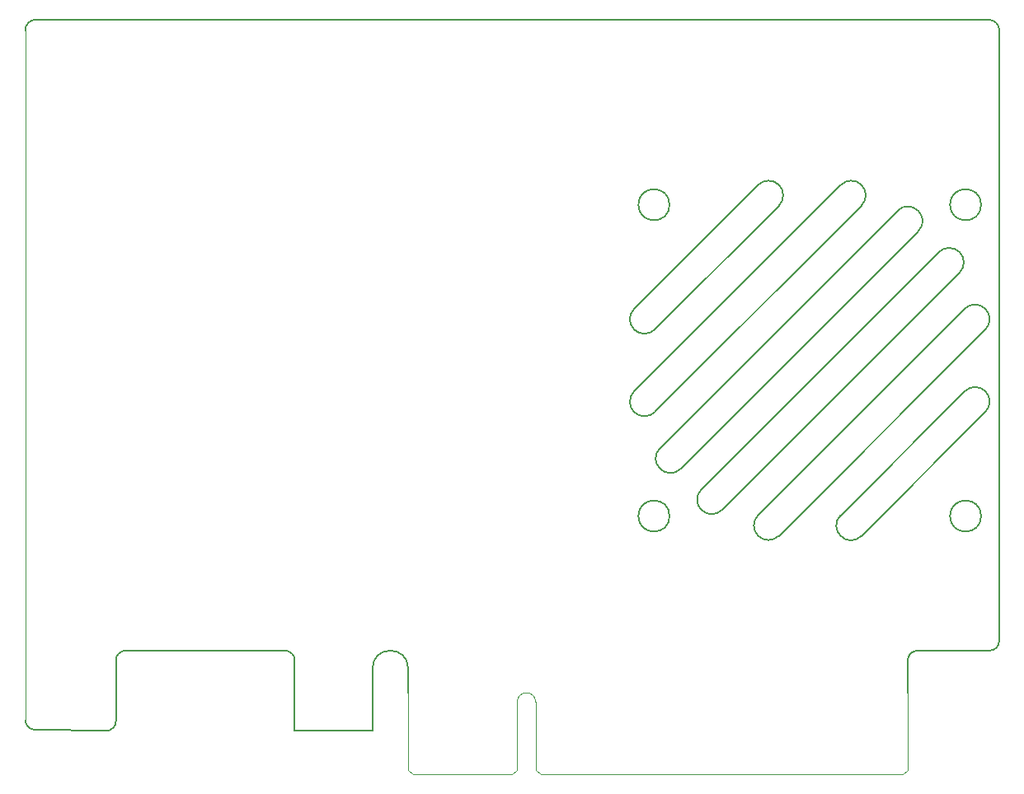
<source format=gm1>
%TF.GenerationSoftware,KiCad,Pcbnew,(5.1.9)-1*%
%TF.CreationDate,2021-07-12T14:29:21+08:00*%
%TF.ProjectId,V1-10x10,56312d31-3078-4313-902e-6b696361645f,rev?*%
%TF.SameCoordinates,Original*%
%TF.FileFunction,Profile,NP*%
%FSLAX46Y46*%
G04 Gerber Fmt 4.6, Leading zero omitted, Abs format (unit mm)*
G04 Created by KiCad (PCBNEW (5.1.9)-1) date 2021-07-12 14:29:21*
%MOMM*%
%LPD*%
G01*
G04 APERTURE LIST*
%TA.AperFunction,Profile*%
%ADD10C,0.203200*%
%TD*%
%TA.AperFunction,Profile*%
%ADD11C,0.100000*%
%TD*%
%TA.AperFunction,Profile*%
%ADD12C,0.200000*%
%TD*%
G04 APERTURE END LIST*
D10*
X184299987Y-122299478D02*
G75*
G02*
X185350000Y-121250000I1025013J24478D01*
G01*
D11*
X93700000Y-128400000D02*
X93700000Y-57501190D01*
D12*
X133000000Y-123075000D02*
X133000000Y-125600000D01*
X133000000Y-123075000D02*
G75*
G03*
X129350000Y-123075000I-1825000J0D01*
G01*
X129350000Y-129500000D02*
X129350000Y-123075000D01*
X121350000Y-129500000D02*
X129350000Y-129500000D01*
X121350000Y-122250000D02*
X121350000Y-129500000D01*
X120350000Y-121250000D02*
G75*
G02*
X121350000Y-122250000I0J-1000000D01*
G01*
X104000000Y-121250000D02*
X120350000Y-121250000D01*
X103000000Y-122250000D02*
G75*
G02*
X104000000Y-121250000I1000000J0D01*
G01*
X103000000Y-122250000D02*
X103000000Y-128500000D01*
X102000000Y-129500000D02*
G75*
G03*
X103000000Y-128500000I0J1000000D01*
G01*
X94700000Y-129400000D02*
X102000000Y-129500000D01*
X93700000Y-128400000D02*
G75*
G03*
X94700000Y-129400000I1000000J0D01*
G01*
X94750000Y-56400000D02*
G75*
G03*
X93700000Y-57501190I0J-1051190D01*
G01*
X94750000Y-56400000D02*
X192659951Y-56410000D01*
X193700000Y-57440000D02*
G75*
G03*
X192659951Y-56410000I-1030049J0D01*
G01*
X193700000Y-57440000D02*
X193700000Y-120250000D01*
X185350000Y-121250000D02*
X192700000Y-121250000D01*
X192700000Y-121250000D02*
G75*
G03*
X193700000Y-120250000I0J1000000D01*
G01*
X184300000Y-125600000D02*
X184300000Y-122300000D01*
D11*
X184300000Y-133500000D02*
X183800000Y-134000000D01*
X146100000Y-133500000D02*
X146600000Y-134000000D01*
X144200000Y-133500000D02*
X143700000Y-134000000D01*
X133000000Y-133500000D02*
X133500000Y-134000000D01*
X146600000Y-134000000D02*
X183800000Y-134000000D01*
X184300000Y-125600000D02*
X184300000Y-133500000D01*
X133500000Y-134000000D02*
X143700000Y-134000000D01*
X133000000Y-125600000D02*
X133000000Y-133500000D01*
X146100000Y-126550000D02*
X146100000Y-133500000D01*
X144200000Y-126550000D02*
X144200000Y-133500000D01*
X144200000Y-126550000D02*
G75*
G02*
X146100000Y-126550000I950000J0D01*
G01*
D12*
X171077833Y-75500285D02*
X158330285Y-88247833D01*
X156208964Y-86126513D02*
X168956513Y-73378964D01*
X179559191Y-75504207D02*
X158334207Y-96729191D01*
X156212887Y-94607871D02*
X177437871Y-73382887D01*
X177422167Y-107339715D02*
X190169715Y-94592167D01*
X192291036Y-96713487D02*
X179543487Y-109461036D01*
X168940809Y-107335793D02*
X190165793Y-86110809D01*
X192287113Y-88232129D02*
X171062129Y-109457113D01*
X158876835Y-100429204D02*
X183259204Y-76046835D01*
X185380525Y-78168155D02*
X160998155Y-102550525D01*
X187501845Y-80289475D02*
X163119475Y-104671845D01*
X165240796Y-106793165D02*
X189623165Y-82410796D01*
X159850000Y-107420000D02*
G75*
G03*
X159850000Y-107420000I-1600000J0D01*
G01*
X191850000Y-107420000D02*
G75*
G03*
X191850000Y-107420000I-1600000J0D01*
G01*
X159850000Y-75420000D02*
G75*
G03*
X159850000Y-75420000I-1600000J0D01*
G01*
X191850000Y-75420000D02*
G75*
G03*
X191850000Y-75420000I-1600000J0D01*
G01*
X158330284Y-88247833D02*
G75*
G02*
X156208964Y-86126513I-1060660J1060660D01*
G01*
X168956513Y-73378963D02*
G75*
G02*
X171077833Y-75500285I1060660J-1060661D01*
G01*
X158334207Y-96729191D02*
G75*
G02*
X156212887Y-94607871I-1060660J1060660D01*
G01*
X177437871Y-73382887D02*
G75*
G02*
X179559191Y-75504207I1060660J-1060660D01*
G01*
X190169716Y-94592167D02*
G75*
G02*
X192291036Y-96713487I1060660J-1060660D01*
G01*
X179543487Y-109461037D02*
G75*
G02*
X177422167Y-107339715I-1060660J1060661D01*
G01*
X190165793Y-86110809D02*
G75*
G02*
X192287113Y-88232129I1060660J-1060660D01*
G01*
X171062129Y-109457113D02*
G75*
G02*
X168940809Y-107335793I-1060660J1060660D01*
G01*
X183259203Y-76046835D02*
G75*
G02*
X185380525Y-78168155I1060661J-1060660D01*
G01*
X160998155Y-102550524D02*
G75*
G02*
X158876835Y-100429204I-1060660J1060660D01*
G01*
X165240797Y-106793165D02*
G75*
G02*
X163119475Y-104671845I-1060661J1060660D01*
G01*
X187501845Y-80289476D02*
G75*
G02*
X189623165Y-82410796I1060660J-1060660D01*
G01*
M02*

</source>
